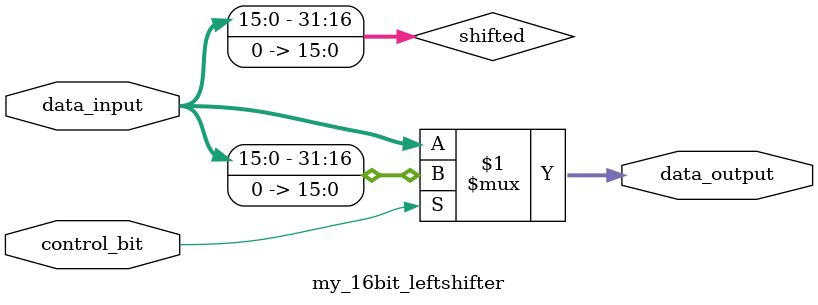
<source format=v>
module my_16bit_leftshifter(data_input, control_bit, data_output);

	input [31:0] data_input;
	input control_bit;
	
	wire [31:0] shifted;
	
	output [31:0] data_output;
	
	
	genvar k;
	generate
	for(k = 31; k > 15; k = k-1) begin: my16ShiftLoop
		assign shifted[k] = data_input[k-16];
    end
	endgenerate
    
    genvar j;
	generate
	for(j = 15; j >= 0; j = j-1) begin: my16ShiftLoop2
		assign shifted[j] = 1'b0;
    end
	endgenerate
	
	assign data_output = control_bit ? shifted : data_input;
	
	
	
endmodule
</source>
